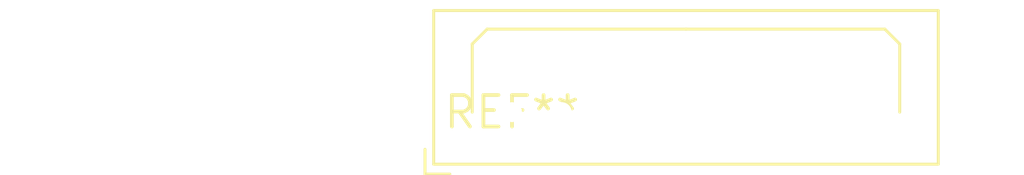
<source format=kicad_pcb>
(kicad_pcb (version 20240108) (generator pcbnew)
  (layers (0 "F.Cu" signal) (31 "B.Cu" signal) (34 "B.Paste" user) (35 "F.Paste" user) (36 "B.SilkS" user "B.Silkscreen") (37 "F.SilkS" user "F.Silkscreen") (38 "B.Mask" user) (39 "F.Mask" user) (44 "Edge.Cuts" user))
  (net 0 "")
  (footprint "Harwin_LTek-Male_2x08_P2.00mm_Vertical" (layer "F.Cu") (at 0 0)
    (property "Reference" "REF**")
    (property "Value" "Harwin_LTek-Male_2x08_P2.00mm_Vertical")
    (fp_line (start -3.5 1.5) (end -3.5 2.5) (layer "F.SilkS") (stroke (width 0.12)))
    (fp_line (start -3.5 2.5) (end -2.5 2.5) (layer "F.SilkS") (stroke (width 0.12)))
    (fp_line (start -3.15 -4.1) (end -3.15 2.1) (layer "F.SilkS") (stroke (width 0.12)))
    (fp_line (start -3.15 2.1) (end 17.15 2.1) (layer "F.SilkS") (stroke (width 0.12)))
    (fp_line (start -1.6 -2.75) (end -1 -3.35) (layer "F.SilkS") (stroke (width 0.12)))
    (fp_line (start -1.6 0) (end -1.6 -2.75) (layer "F.SilkS") (stroke (width 0.12)))
    (fp_line (start -1 -3.35) (end 7 -3.35) (layer "F.SilkS") (stroke (width 0.12)))
    (fp_line (start 15 -3.35) (end 7 -3.35) (layer "F.SilkS") (stroke (width 0.12)))
    (fp_line (start 15.6 -2.75) (end 15 -3.35) (layer "F.SilkS") (stroke (width 0.12)))
    (fp_line (start 15.6 0) (end 15.6 -2.75) (layer "F.SilkS") (stroke (width 0.12)))
    (fp_line (start 17.15 -4.1) (end -3.15 -4.1) (layer "F.SilkS") (stroke (width 0.12)))
    (fp_line (start 17.15 2.1) (end 17.15 -4.1) (layer "F.SilkS") (stroke (width 0.12)))
    (pad "1" thru_hole rect (at 0 0) (size 1.35 1.35) (drill 0.8) (layers *.Cu *.Mask) (remove_unused_layers))
    (pad "2" thru_hole circle (at 0 -2) (size 1.35 1.35) (drill 0.8) (layers *.Cu *.Mask) (remove_unused_layers))
    (pad "3" thru_hole circle (at 2 0) (size 1.35 1.35) (drill 0.8) (layers *.Cu *.Mask) (remove_unused_layers))
    (pad "4" thru_hole circle (at 2 -2) (size 1.35 1.35) (drill 0.8) (layers *.Cu *.Mask) (remove_unused_layers))
    (pad "5" thru_hole circle (at 4 0) (size 1.35 1.35) (drill 0.8) (layers *.Cu *.Mask) (remove_unused_layers))
    (pad "6" thru_hole circle (at 4 -2) (size 1.35 1.35) (drill 0.8) (layers *.Cu *.Mask) (remove_unused_layers))
    (pad "7" thru_hole circle (at 6 0) (size 1.35 1.35) (drill 0.8) (layers *.Cu *.Mask) (remove_unused_layers))
    (pad "8" thru_hole circle (at 6 -2) (size 1.35 1.35) (drill 0.8) (layers *.Cu *.Mask) (remove_unused_layers))
    (pad "9" thru_hole circle (at 8 0) (size 1.35 1.35) (drill 0.8) (layers *.Cu *.Mask) (remove_unused_layers))
    (pad "10" thru_hole circle (at 8 -2) (size 1.35 1.35) (drill 0.8) (layers *.Cu *.Mask) (remove_unused_layers))
    (pad "11" thru_hole circle (at 10 0) (size 1.35 1.35) (drill 0.8) (layers *.Cu *.Mask) (remove_unused_layers))
    (pad "12" thru_hole circle (at 10 -2) (size 1.35 1.35) (drill 0.8) (layers *.Cu *.Mask) (remove_unused_layers))
    (pad "13" thru_hole circle (at 12 0) (size 1.35 1.35) (drill 0.8) (layers *.Cu *.Mask) (remove_unused_layers))
    (pad "14" thru_hole circle (at 12 -2) (size 1.35 1.35) (drill 0.8) (layers *.Cu *.Mask) (remove_unused_layers))
    (pad "15" thru_hole circle (at 14 0) (size 1.35 1.35) (drill 0.8) (layers *.Cu *.Mask) (remove_unused_layers))
    (pad "16" thru_hole circle (at 14 -2) (size 1.35 1.35) (drill 0.8) (layers *.Cu *.Mask) (remove_unused_layers))
  )
)
</source>
